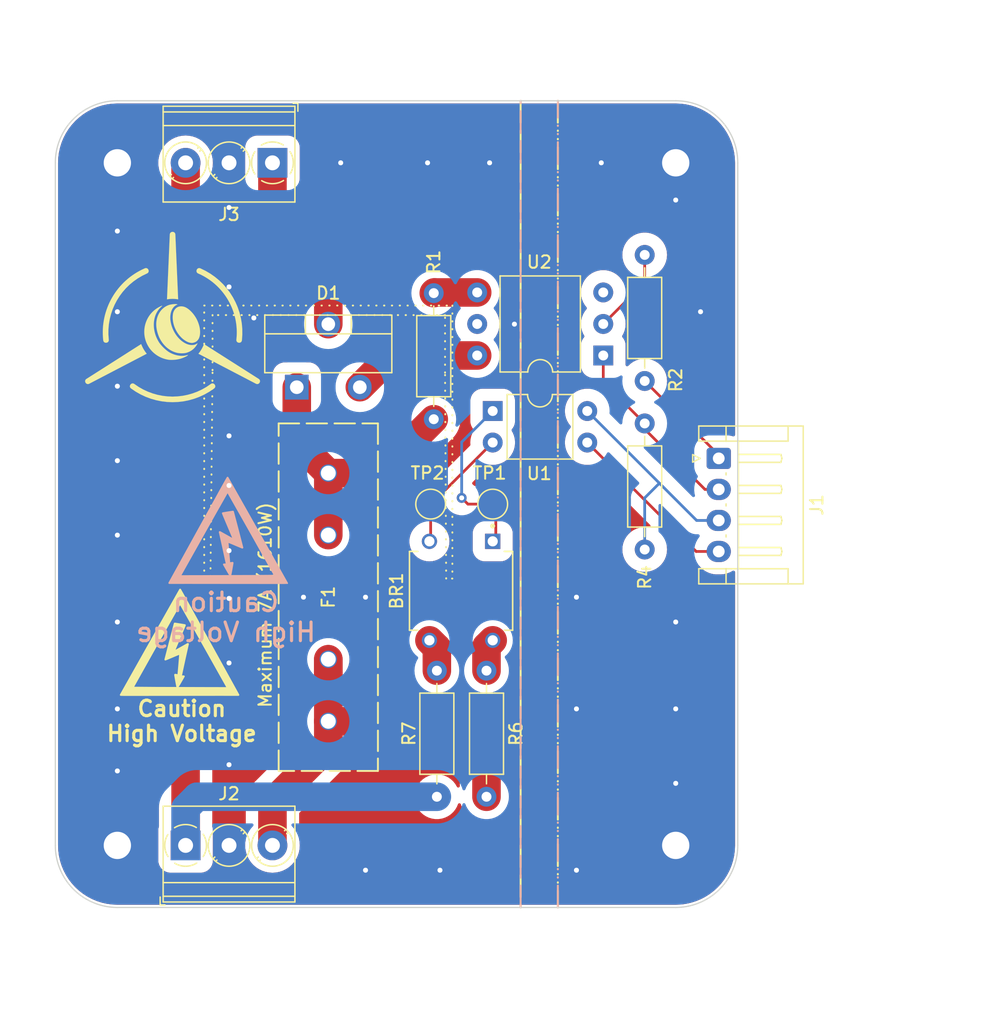
<source format=kicad_pcb>
(kicad_pcb (version 20221018) (generator pcbnew)
  (title_block (date "2023-04-26") (rev "1") (company "Fuziot Engineering"))
  (layers (0 "F.Cu" signal) (31 "B.Cu" signal) (34 "B.Paste" user) (35 "F.Paste" user) (36 "B.SilkS" user "B.Silkscreen") (37 "F.SilkS" user "F.Silkscreen") (38 "B.Mask" user) (39 "F.Mask" user) (44 "Edge.Cuts" user))
  (net 0 "")
  (net 1 "Net-(D1-A1)")
  (net 2 "Net-(D1-G)")
  (net 3 "/OUT Phase")
  (net 4 "/IN Phase")
  (net 5 "/µC GND")
  (net 6 "Net-(R1-Pad1)")
  (net 7 "Net-(R2-Pad2)")
  (net 10 "Net-(BR1-Pad1)")
  (net 11 "Net-(BR1-Pad2)")
  (net 12 "Net-(BR1-Pad3)")
  (net 13 "Net-(BR1-Pad4)")
  (net 14 "/GND")
  (net 15 "/Neutral")
  (net 16 "/µC IO0")
  (net 17 "/µC IO1")
  (net 18 "/µC Vcc")
  (footprint "Package_DIP:DIP-6_W10.16mm" (layer "F.Cu") (at 113.16 43.525 180)
    (fp_text reference "U2" (at 5.16 7.525) (layer "F.SilkS") (effects (font (thickness 0.16))))
    (fp_text value "MOC3021M")
    (pad "1" thru_hole rect (at 0 0 180) (size 1.6 1.6) (drill 0.8) (layers "*.Cu" "*.Mask") (net 18 "/µC Vcc"))
    (pad "2" thru_hole oval (at 0 2.54 180) (size 1.6 1.6) (drill 0.8) (layers "*.Cu" "*.Mask") (net 7 "Net-(R2-Pad2)"))
    (pad "3" thru_hole oval (at 0 5.08 180) (size 1.6 1.6) (drill 0.8) (layers "*.Cu" "*.Mask"))
    (pad "4" thru_hole oval (at 10.16 5.08 180) (size 1.6 1.6) (drill 0.8) (layers "*.Cu" "*.Mask") (net 6 "Net-(R1-Pad1)"))
    (pad "5" thru_hole oval (at 10.16 2.54 180) (size 1.6 1.6) (drill 0.8) (layers "*.Cu" "*.Mask"))
    (pad "6" thru_hole oval (at 10.16 0 180) (size 1.6 1.6) (drill 0.8) (layers "*.Cu" "*.Mask") (net 2 "Net-(D1-G)"))
  )
  (footprint "Connector_JST:JST_EH_S4B-EH_1x04_P2.50mm_Horizontal" (layer "F.Cu") (at 122.4675 51.816 -90)
    (fp_text reference "J1" (at 3.75 -7.9 90) (layer "F.SilkS") (effects (font (thickness 0.16))))
    (fp_text value "Conn_01x04")
    (pad "1" thru_hole roundrect (at 0 0 270) (size 1.7 1.95) (drill 0.95) (layers "*.Cu" "*.Mask") (roundrect_rratio 0.147059) (net 16 "/µC IO0"))
    (pad "2" thru_hole oval (at 2.5 0 270) (size 1.7 1.95) (drill 0.95) (layers "*.Cu" "*.Mask") (net 18 "/µC Vcc"))
    (pad "3" thru_hole oval (at 5 0 270) (size 1.7 1.95) (drill 0.95) (layers "*.Cu" "*.Mask") (net 17 "/µC IO1"))
    (pad "4" thru_hole oval (at 7.5 0 270) (size 1.7 1.95) (drill 0.95) (layers "*.Cu" "*.Mask") (net 5 "/µC GND"))
  )
  (footprint "TestPoint:TestPoint_Pad_D2.0mm" (layer "F.Cu") (at 104.25 55.5)
    (fp_text reference "TP1" (at -0.25 -2.5) (layer "F.SilkS") (effects (font (thickness 0.16))))
    (fp_text value "TestPoint")
    (pad "1" smd circle (at 0 0) (size 2 2) (layers "F.Cu" "F.Mask") (net 10 "Net-(BR1-Pad1)"))
  )
  (footprint "Resistor_THT:R_Axial_DIN0207_L6.3mm_D2.5mm_P10.16mm_Horizontal" (layer "F.Cu") (at 116.5 59.16 90)
    (fp_text reference "R4" (at -2.24 0 90) (layer "F.SilkS") (effects (font (thickness 0.16))))
    (fp_text value "1k 0.25W")
    (pad "1" thru_hole circle (at 0 0 90) (size 1.6 1.6) (drill 0.8) (layers "*.Cu" "*.Mask") (net 17 "/µC IO1"))
    (pad "2" thru_hole oval (at 10.16 0 90) (size 1.6 1.6) (drill 0.8) (layers "*.Cu" "*.Mask") (net 18 "/µC Vcc"))
  )
  (footprint "Resistor_THT:R_Axial_DIN0207_L6.3mm_D2.5mm_P10.16mm_Horizontal" (layer "F.Cu") (at 116.5 45.58 90)
    (fp_text reference "R2" (at 0.08 2.5 90) (layer "F.SilkS") (effects (font (thickness 0.16))))
    (fp_text value "1k 0.25W")
    (pad "1" thru_hole circle (at 0 0 90) (size 1.6 1.6) (drill 0.8) (layers "*.Cu" "*.Mask") (net 16 "/µC IO0"))
    (pad "2" thru_hole oval (at 10.16 0 90) (size 1.6 1.6) (drill 0.8) (layers "*.Cu" "*.Mask") (net 7 "Net-(R2-Pad2)"))
  )
  (footprint "MountingHole:MountingHole_2.2mm_M2_DIN965_Pad" (layer "F.Cu") (at 74 83 90)
    (fp_text reference "H1" hide)
    (fp_text value "MountingHole_Pad")
    (pad "1" thru_hole circle (at 0 0 90) (size 3.8 3.8) (drill 2.2) (layers "*.Cu" "*.Mask") (net 14 "/GND"))
  )
  (footprint "Package_DIP:DIP-4_W7.62mm" (layer "F.Cu") (at 104.25 48)
    (fp_text reference "U1" (at 3.75 5.04) (layer "F.SilkS") (effects (font (thickness 0.16))))
    (fp_text value "LTV-817")
    (pad "1" thru_hole rect (at 0 0) (size 1.6 1.6) (drill 0.8) (layers "*.Cu" "*.Mask") (net 10 "Net-(BR1-Pad1)"))
    (pad "2" thru_hole oval (at 0 2.54) (size 1.6 1.6) (drill 0.8) (layers "*.Cu" "*.Mask") (net 11 "Net-(BR1-Pad2)"))
    (pad "3" thru_hole oval (at 7.62 2.54) (size 1.6 1.6) (drill 0.8) (layers "*.Cu" "*.Mask") (net 5 "/µC GND"))
    (pad "4" thru_hole oval (at 7.62 0) (size 1.6 1.6) (drill 0.8) (layers "*.Cu" "*.Mask") (net 17 "/µC IO1"))
  )
  (footprint "MountingHole:MountingHole_2.2mm_M2_DIN965_Pad" (layer "F.Cu") (at 74 28 90)
    (fp_text reference "H2" hide)
    (fp_text value "MountingHole_Pad")
    (pad "1" thru_hole circle (at 0 0 90) (size 3.8 3.8) (drill 2.2) (layers "*.Cu" "*.Mask") (net 14 "/GND"))
  )
  (footprint "MountingHole:MountingHole_2.2mm_M2_DIN965_Pad" (layer "F.Cu") (at 119 28 90)
    (fp_text reference "H3" hide)
    (fp_text value "MountingHole_Pad")
    (pad "1" thru_hole circle (at 0 0 90) (size 3.8 3.8) (drill 2.2) (layers "*.Cu" "*.Mask") (net 14 "/GND"))
  )
  (footprint "Fuseholder:0751.0231Schurter" (layer "F.Cu") (at 91 63 90)
    (fp_text reference "F1" (at 0 0 90 unlocked) (layer "F.SilkS") (effects (font (thickness 0.16))))
    (fp_text value "7A")
    (pad "1" thru_hole circle (at -10 0 90) (size 1.4 1.4) (drill 1.2) (layers "*.Cu" "*.Mask") (net 4 "/IN Phase"))
    (pad "1" thru_hole circle (at -5 0 90) (size 1.4 1.4) (drill 1.2) (layers "*.Cu" "*.Mask") (net 4 "/IN Phase"))
    (pad "2" thru_hole circle (at 5 0 90) (size 1.4 1.4) (drill 1.2) (layers "*.Cu" "*.Mask") (net 1 "Net-(D1-A1)"))
    (pad "2" thru_hole circle (at 10 0 90) (size 1.4 1.4) (drill 1.2) (layers "*.Cu" "*.Mask") (net 1 "Net-(D1-A1)"))
  )
  (footprint "TerminalBlock_Phoenix:TerminalBlock_Phoenix_PT-1,5-3-3.5-H_1x03_P3.50mm_Horizontal" (layer "F.Cu") (at 79.5 83)
    (fp_text reference "J2" (at 3.5 -4.16) (layer "F.SilkS") (effects (font (thickness 0.16))))
    (fp_text value "Screw_Terminal_01x03")
    (pad "1" thru_hole rect (at 0 0) (size 2.4 2.4) (drill 1.2) (layers "*.Cu" "*.Mask") (net 15 "/Neutral"))
    (pad "2" thru_hole circle (at 3.5 0) (size 2.4 2.4) (drill 1.2) (layers "*.Cu" "*.Mask") (net 14 "/GND"))
    (pad "3" thru_hole circle (at 7 0) (size 2.4 2.4) (drill 1.2) (layers "*.Cu" "*.Mask") (net 4 "/IN Phase"))
  )
  (footprint "TerminalBlock_Phoenix:TerminalBlock_Phoenix_PT-1,5-3-3.5-H_1x03_P3.50mm_Horizontal" (layer "F.Cu") (at 86.5 28 180)
    (fp_text reference "J3" (at 3.5 -4.16) (layer "F.SilkS") (effects (font (thickness 0.16))))
    (fp_text value "Screw_Terminal_01x03")
    (pad "1" thru_hole rect (at 0 0 180) (size 2.4 2.4) (drill 1.2) (layers "*.Cu" "*.Mask") (net 3 "/OUT Phase"))
    (pad "2" thru_hole circle (at 3.5 0 180) (size 2.4 2.4) (drill 1.2) (layers "*.Cu" "*.Mask") (net 14 "/GND"))
    (pad "3" thru_hole circle (at 7 0 180) (size 2.4 2.4) (drill 1.2) (layers "*.Cu" "*.Mask") (net 15 "/Neutral"))
  )
  (footprint "Resistor_THT:R_Axial_DIN0207_L6.3mm_D2.5mm_P10.16mm_Horizontal" (layer "F.Cu") (at 99.75 68.92 -90)
    (fp_text reference "R7" (at 5.08 2.25 90) (layer "F.SilkS") (effects (font (thickness 0.16))))
    (fp_text value "47k 0.25W")
    (pad "1" thru_hole circle (at 0 0 270) (size 1.6 1.6) (drill 0.8) (layers "*.Cu" "*.Mask") (net 12 "Net-(BR1-Pad3)"))
    (pad "2" thru_hole oval (at 10.16 0 270) (size 1.6 1.6) (drill 0.8) (layers "*.Cu" "*.Mask") (net 15 "/Neutral"))
  )
  (footprint "Custom_Packages:TO-220-3_Vertical_Stagger" (layer "F.Cu") (at 88.46 43.54)
    (fp_text reference "D1" (at 2.54 -5.04) (layer "F.SilkS") (effects (font (thickness 0.16))))
    (fp_text value "BTA316-600B")
    (pad "1" thru_hole rect (at 0 2.54) (size 1.905 2) (drill 1.1) (layers "*.Cu" "*.Mask") (net 1 "Net-(D1-A1)"))
    (pad "2" thru_hole oval (at 2.54 -2.54) (size 1.905 2) (drill 1.1) (layers "*.Cu" "*.Mask") (net 3 "/OUT Phase"))
    (pad "3" thru_hole oval (at 5.08 2.54) (size 1.905 2) (drill 1.1) (layers "*.Cu" "*.Mask") (net 2 "Net-(D1-G)"))
  )
  (footprint "TestPoint:TestPoint_Pad_D2.0mm" (layer "F.Cu") (at 99.25 55.5 180)
    (fp_text reference "TP2" (at 0.25 2.5) (layer "F.SilkS") (effects (font (thickness 0.16))))
    (fp_text value "TestPoint")
    (pad "1" smd circle (at 0 0 180) (size 2 2) (layers "F.Cu" "F.Mask") (net 11 "Net-(BR1-Pad2)"))
  )
  (footprint "MountingHole:MountingHole_2.2mm_M2_DIN965_Pad" (layer "F.Cu") (at 119 83 90)
    (fp_text reference "H4" hide)
    (fp_text value "MountingHole_Pad")
    (pad "1" thru_hole circle (at 0 0 90) (size 3.8 3.8) (drill 2.2) (layers "*.Cu" "*.Mask") (net 14 "/GND"))
  )
  (footprint "Diode_Bridge:DIP797W52P510L831H533Q4" (layer "F.Cu") (at 101.7 62.4875 -90)
    (fp_text reference "BR1" (at 0.0125 5.2 90) (layer "F.SilkS") (effects (font (thickness 0.16))))
    (fp_text value "DF10M-E3/45")
    (pad "1" thru_hole rect (at -3.9875 -2.55 270) (size 1.23 1.23) (drill 0.82) (layers "*.Cu" "*.Mask") (net 10 "Net-(BR1-Pad1)"))
    (pad "2" thru_hole circle (at -3.9875 2.55 270) (size 1.23 1.23) (drill 0.82) (layers "*.Cu" "*.Mask") (net 11 "Net-(BR1-Pad2)"))
    (pad "3" thru_hole circle (at 3.9875 2.55 270) (size 1.23 1.23) (drill 0.82) (layers "*.Cu" "*.Mask") (net 12 "Net-(BR1-Pad3)"))
    (pad "4" thru_hole circle (at 3.9875 -2.55 270) (size 1.23 1.23) (drill 0.82) (layers "*.Cu" "*.Mask") (net 13 "Net-(BR1-Pad4)"))
  )
  (footprint "Resistor_THT:R_Axial_DIN0207_L6.3mm_D2.5mm_P10.16mm_Horizontal" (layer "F.Cu") (at 103.75 68.92 -90)
    (fp_text reference "R6" (at 5.08 -2.37 90) (layer "F.SilkS") (effects (font (thickness 0.16))))
    (fp_text value "47k 0.25W")
    (pad "1" thru_hole circle (at 0 0 270) (size 1.6 1.6) (drill 0.8) (layers "*.Cu" "*.Mask") (net 13 "Net-(BR1-Pad4)"))
    (pad "2" thru_hole oval (at 10.16 0 270) (size 1.6 1.6) (drill 0.8) (layers "*.Cu" "*.Mask") (net 4 "/IN Phase"))
  )
  (footprint "Resistor_THT:R_Axial_DIN0207_L6.3mm_D2.5mm_P10.16mm_Horizontal" (layer "F.Cu") (at 99.5 38.5 -90)
    (fp_text reference "R1" (at -2.5 0 90) (layer "F.SilkS") (effects (font (thickness 0.16))))
    (fp_text value "1k 0.25W")
    (pad "1" thru_hole circle (at 0 0 270) (size 1.6 1.6) (drill 0.8) (layers "*.Cu" "*.Mask") (net 6 "Net-(R1-Pad1)"))
    (pad "2" thru_hole oval (at 10.16 0 270) (size 1.6 1.6) (drill 0.8) (layers "*.Cu" "*.Mask") (net 1 "Net-(D1-A1)"))
  )
  (gr_line (start 106.5 88) (end 106.5 23) (stroke (width 0.16) (type dash)) (layer "B.SilkS"))
  (gr_line (start 109.5 88) (end 109.5 23) (stroke (width 0.16) (type dash_dot_dot)) (layer "B.SilkS"))
  (gr_poly (pts (xy 82.754451 53.595227) (xy 82.412145 54.207924) (xy 81.295544 56.224715) (xy 78.953221 60.469553) (xy 78.187141 61.857268) (xy 79.67577 61.855213) (xy 84.176038 61.860345) (xy 87.42712 61.861544) (xy 87.427121 61.861539) (xy 87.666564 61.855538) (xy 87.337898 61.271404) (xy 86.710711 61.271404) (xy 84.879036 61.286013) (xy 80.742732 61.299447) (xy 79.040526 61.303017) (xy 79.225056 60.973606) (xy 81.803179 56.38157) (xy 82.883665 54.477743) (xy 84.807205 57.873107) (xy 86.710711 61.271404) (xy 87.337898 61.271404) (xy 85.280685 57.61514) (xy 82.883295 53.37117)) (stroke (width 0.15)) (fill solid) (layer "B.SilkS"))
  (gr_poly (pts (xy 83.280652 56.111879) (xy 83.18831 56.125408) (xy 82.909866 56.168704) (xy 82.63122 56.213838) (xy 82.502147 56.237034) (xy 82.510162 56.259925) (xy 82.535472 56.323224) (xy 82.630664 56.553505) (xy 82.773088 56.8928) (xy 82.948113 57.306031) (xy 83.265344 58.058798) (xy 83.3603 58.289339) (xy 83.393337 58.375848) (xy 83.389877 58.374978) (xy 83.381078 58.371075) (xy 83.34857 58.354771) (xy 83.298031 58.328138) (xy 83.23168 58.292381) (xy 83.060413 58.198313) (xy 82.852516 58.082201) (xy 82.485085 57.875633) (xy 82.307927 57.777788) (xy 82.26964 57.758472) (xy 82.25365 57.752939) (xy 82.251384 57.753946) (xy 82.251533 57.756724) (xy 82.254865 57.76536) (xy 82.541397 59.053548) (xy 82.816453 60.326424) (xy 82.816395 60.328458) (xy 82.816212 60.330395) (xy 82.815894 60.332239) (xy 82.815432 60.333991) (xy 82.814814 60.335656) (xy 82.81403 60.337236) (xy 82.81307 60.338734) (xy 82.811924 60.340152) (xy 82.810579 60.341494) (xy 82.809028 60.342762) (xy 82.807258 60.343959) (xy 82.80526 60.345088) (xy 82.803023 60.346152) (xy 82.800536 60.347154) (xy 82.79779 60.348096) (xy 82.794773 60.348982) (xy 82.791476 60.349813) (xy 82.787888 60.350594) (xy 82.783998 60.351327) (xy 82.779796 60.352014) (xy 82.775272 60.352658) (xy 82.770415 60.353264) (xy 82.765214 60.353832) (xy 82.75966 60.354366) (xy 82.753742 60.354869) (xy 82.747449 60.355344) (xy 82.733698 60.35622) (xy 82.718324 60.357017) (xy 82.701243 60.357758) (xy 82.58603 60.362377) (xy 82.841562 60.80969) (xy 82.941388 60.981758) (xy 83.024294 61.119592) (xy 83.056703 61.171295) (xy 83.081643 61.209187) (xy 83.098035 61.231518) (xy 83.102687 61.2363) (xy 83.104069 61.237) (xy 83.104798 61.236536) (xy 83.104798 61.236541) (xy 83.118235 61.179628) (xy 83.142047 61.060181) (xy 83.205292 60.719631) (xy 83.263522 60.386788) (xy 83.281067 60.276974) (xy 83.28573 60.233549) (xy 83.285105 60.233117) (xy 83.284176 60.23276) (xy 83.281437 60.232268) (xy 83.27758 60.232062) (xy 83.272671 60.232133) (xy 83.266776 60.232473) (xy 83.259963 60.233071) (xy 83.252298 60.23392) (xy 83.243847 60.235009) (xy 83.224853 60.237875) (xy 83.203515 60.241595) (xy 83.180364 60.246096) (xy 83.155933 60.251305) (xy 83.131529 60.256543) (xy 83.108456 60.261122) (xy 83.087241 60.264965) (xy 83.068411 60.267993) (xy 83.052492 60.270128) (xy 83.040012 60.271293) (xy 83.035227 60.271487) (xy 83.031498 60.271409) (xy 83.028893 60.27105) (xy 83.027476 60.270399) (xy 83 60) (xy 82.94944 59.412004) (xy 82.901827 58.819442) (xy 82.883193 58.535342) (xy 82.883889 58.533722) (xy 82.885357 58.532517) (xy 82.887635 58.531741) (xy 82.890761 58.53141) (xy 82.894773 58.531538) (xy 82.89971 58.532139) (xy 82.90561 58.533228) (xy 82.912511 58.534819) (xy 82.929471 58.539568) (xy 82.950895 58.546501) (xy 82.977091 58.555735) (xy 83.008364 58.567387) (xy 83.045022 58.581573) (xy 83.087369 58.59841) (xy 83.135714 58.618015) (xy 83.190361 58.640503) (xy 83.319792 58.694598) (xy 83.478112 58.761628) (xy 83.707875 58.858644) (xy 83.896939 58.937186) (xy 84.025727 58.989211) (xy 84.061401 59.002767) (xy 84.074666 59.006678) (xy 83.700535 57.557919) (xy 83.316778 56.107725)) (stroke (width 0.15)) (fill solid) (layer "B.SilkS"))
  (gr_poly (pts (xy 85.165664 45.799334) (xy 85.189437 45.810348) (xy 85.212885 45.818557) (xy 85.235934 45.824091) (xy 85.258507 45.827082) (xy 85.280529 45.82766) (xy 85.301924 45.825956) (xy 85.322617 45.822101) (xy 85.342532 45.816226) (xy 85.361594 45.808463) (xy 85.379727 45.798941) (xy 85.396855 45.787792) (xy 85.412904 45.775146) (xy 85.427796 45.761135) (xy 85.441458 45.74589) (xy 85.453812 45.729541) (xy 85.464784 45.71222) (xy 85.474298 45.694057) (xy 85.482279 45.675183) (xy 85.48865 45.655729) (xy 85.493337 45.635826) (xy 85.496263 45.615605) (xy 85.497353 45.595196) (xy 85.496532 45.574732) (xy 85.493724 45.554342) (xy 85.488853 45.534158) (xy 85.481844 45.51431) (xy 85.472621 45.494929) (xy 85.461109 45.476147) (xy 85.447232 45.458094) (xy 85.430914 45.440902) (xy 85.41208 45.4247) (xy 85.390655 45.40962) (xy 80.980564 42.603642) (xy 80.960267 42.6565) (xy 80.938882 42.708881) (xy 80.91642 42.760768) (xy 80.89289 42.812145) (xy 80.8683 42.862996) (xy 80.842661 42.913306) (xy 80.815981 42.963058) (xy 80.788269 43.012236) (xy 80.759536 43.060823) (xy 80.729789 43.108805) (xy 80.69904 43.156164) (xy 80.667296 43.202886) (xy 80.634567 43.248952) (xy 80.600863 43.294349) (xy 80.566192 43.339058) (xy 80.530564 43.383065) (xy 85.165664 45.799334)) (stroke (width 0.003239)) (fill solid) (layer "F.SilkS"))
  (gr_poly (pts (xy 101 61.5) (xy 100.5 61.5) (xy 100.41 44.911) (xy 100.41 40.27) (xy 81.67 40.27) (xy 81.67 44.911) (xy 81.5 61.5) (xy 81 61.5) (xy 81 39.5) (xy 101 39.5)) (stroke (width 0.15) (type dot)) (fill none) (layer "F.SilkS"))
  (gr_rect (start 87 49) (end 95 77) (stroke (width 0.15) (type dash)) (fill none) (layer "F.SilkS"))
  (gr_poly (pts (xy 79.837811 42.490285) (xy 79.800827 42.481673) (xy 79.76205 42.470177) (xy 79.721729 42.455949) (xy 79.680113 42.439135) (xy 79.63745 42.419887) (xy 79.59399 42.398352) (xy 79.549981 42.37468) (xy 79.505672 42.34902) (xy 79.461311 42.321521) (xy 79.417148 42.292333) (xy 79.37343 42.261604) (xy 79.330408 42.229485) (xy 79.288328 42.196122) (xy 79.247441 42.161667) (xy 79.207995 42.126268) (xy 79.170238 42.090075) (xy 79.088668 42.005191) (xy 79.011553 41.916922) (xy 78.939004 41.82552) (xy 78.871131 41.73124) (xy 78.808046 41.634335) (xy 78.749858 41.535058) (xy 78.696679 41.433663) (xy 78.64862 41.330403) (xy 78.60579 41.225533) (xy 78.568301 41.119305) (xy 78.536264 41.011974) (xy 78.509789 40.903792) (xy 78.488987 40.795014) (xy 78.473969 40.685893) (xy 78.464845 40.576682) (xy 78.461726 40.467636) (xy 78.462425 40.41251) (xy 78.464521 40.357506) (xy 78.467909 40.303654) (xy 78.472484 40.251987) (xy 78.47814 40.203533) (xy 78.484775 40.159324) (xy 78.492282 40.12039) (xy 78.500558 40.087762) (xy 78.512855 40.049063) (xy 78.526414 40.011724) (xy 78.541207 39.975761) (xy 78.557206 39.941189) (xy 78.574384 39.908022) (xy 78.592713 39.876278) (xy 78.612165 39.84597) (xy 78.632711 39.817114) (xy 78.654326 39.789727) (xy 78.676979 39.763822) (xy 78.700645 39.739416) (xy 78.725294 39.716523) (xy 78.750899 39.69516) (xy 78.777433 39.675341) (xy 78.804868 39.657082) (xy 78.833175 39.640398) (xy 78.862327 39.625305) (xy 78.892297 39.611818) (xy 78.923056 39.599953) (xy 78.954576 39.589724) (xy 78.986831 39.581148) (xy 79.019791 39.574238) (xy 79.053429 39.569012) (xy 79.087718 39.565484) (xy 79.12263 39.56367) (xy 79.158136 39.563585) (xy 79.19421 39.565244) (xy 79.230823 39.568663) (xy 79.267947 39.573857) (xy 79.305555 39.580841) (xy 79.343619 39.589632) (xy 79.38211 39.600243) (xy 79.418162 39.612051) (xy 79.454724 39.626116) (xy 79.491733 39.642369) (xy 79.529122 39.66074) (xy 79.604783 39.70356) (xy 79.681183 39.75402) (xy 79.757802 39.811564) (xy 79.834116 39.875637) (xy 79.909603 39.945683) (xy 79.983743 40.021147) (xy 80.056012 40.101474) (xy 80.125888 40.186106) (xy 80.192849 40.27449) (xy 80.256373 40.366069) (xy 80.315938 40.460287) (xy 80.371023 40.55659) (xy 80.421103 40.654421) (xy 80.465658 40.753226) (xy 80.493776 40.820532) (xy 80.521636 40.89268) (xy 80.548678 40.969202) (xy 80.574338 41.049632) (xy 80.598052 41.133505) (xy 80.619259 41.220354) (xy 80.637396 41.309714) (xy 80.651899 41.401118) (xy 80.662207 41.494101) (xy 80.667755 41.588196) (xy 80.667982 41.682938) (xy 80.662324 41.777861) (xy 80.650219 41.872498) (xy 80.641573 41.919564) (xy 80.631104 41.966384) (xy 80.618742 42.0129) (xy 80.604417 42.059053) (xy 80.588057 42.104785) (xy 80.569593 42.150038) (xy 80.550869 42.182654) (xy 80.531709 42.213445) (xy 80.512063 42.242456) (xy 80.49188 42.269732) (xy 80.471107 42.295316) (xy 80.449695 42.319253) (xy 80.42759 42.341587) (xy 80.404743 42.362361) (xy 80.381102 42.381621) (xy 80.356616 42.39941) (xy 80.331233 42.415772) (xy 80.304902 42.430751) (xy 80.277573 42.444393) (xy 80.249192 42.45674) (xy 80.21971 42.467837) (xy 80.189076 42.477727) (xy 80.138623 42.492147) (xy 80.1163 42.497902) (xy 80.095461 42.502702) (xy 80.075768 42.50656) (xy 80.056881 42.509488) (xy 80.038461 42.511499) (xy 80.020171 42.512604) (xy 80.001669 42.512815) (xy 79.982619 42.512145) (xy 79.962681 42.510606) (xy 79.941516 42.508209) (xy 79.918785 42.504968) (xy 79.89415 42.500894) (xy 79.837811 42.490296) (xy 79.837811 42.490285)) (stroke (width 0.003239)) (fill solid) (layer "F.SilkS"))
  (gr_poly (pts (xy 78.72003 43.286134) (xy 78.611069 43.249881) (xy 78.504971 43.207798) (xy 78.401814 43.159959) (xy 78.301678 43.106436) (xy 78.204643 43.047301) (xy 78.110786 42.982628) (xy 78.020188 42.912487) (xy 77.932927 42.836953) (xy 77.849084 42.756097) (xy 77.768737 42.669991) (xy 77.691965 42.578708) (xy 77.618848 42.48232) (xy 77.549465 42.380901) (xy 77.483895 42.274522) (xy 77.422218 42.163255) (xy 77.364513 42.047173) (xy 77.322688 41.941771) (xy 77.284697 41.836746) (xy 77.25067 41.732139) (xy 77.220736 41.627989) (xy 77.195024 41.524338) (xy 77.173663 41.421224) (xy 77.156782 41.318688) (xy 77.144511 41.21677) (xy 77.136978 41.11551) (xy 77.134314 41.014949) (xy 77.136648 40.915125) (xy 77.144107 40.816079) (xy 77.156823 40.717852) (xy 77.174923 40.620483) (xy 77.198538 40.524013) (xy 77.227796 40.428481) (xy 77.259547 40.341046) (xy 77.295297 40.256638) (xy 77.334935 40.175371) (xy 77.378353 40.09736) (xy 77.425441 40.022719) (xy 77.476089 39.951564) (xy 77.530188 39.88401) (xy 77.587628 39.82017) (xy 77.6483 39.760161) (xy 77.712094 39.704097) (xy 77.7789 39.652093) (xy 77.84861 39.604264) (xy 77.921114 39.560724) (xy 77.996302 39.521589) (xy 78.074064 39.486974) (xy 78.154292 39.456993) (xy 78.189204 39.446056) (xy 78.227335 39.435758) (xy 78.268126 39.426157) (xy 78.311016 39.417312) (xy 78.400853 39.40212) (xy 78.492365 39.39065) (xy 78.581072 39.383368) (xy 78.622972 39.381442) (xy 78.662492 39.380738) (xy 78.699069 39.381315) (xy 78.732145 39.383229) (xy 78.761158 39.38654) (xy 78.785549 39.391305) (xy 78.856649 39.409202) (xy 78.749507 39.462376) (xy 78.717127 39.479622) (xy 78.685702 39.498722) (xy 78.655251 39.519628) (xy 78.625792 39.542292) (xy 78.597344 39.566667) (xy 78.569923 39.592705) (xy 78.543549 39.620358) (xy 78.51824 39.649579) (xy 78.494013 39.680321) (xy 78.470888 39.712535) (xy 78.448882 39.746173) (xy 78.428014 39.781189) (xy 78.408301 39.817535) (xy 78.389763 39.855162) (xy 78.372416 39.894024) (xy 78.35628 39.934073) (xy 78.341373 39.97526) (xy 78.327712 40.017539) (xy 78.315316 40.060861) (xy 78.304204 40.105179) (xy 78.294393 40.150446) (xy 78.285901 40.196614) (xy 78.278747 40.243635) (xy 78.27295 40.291461) (xy 78.268526 40.340045) (xy 78.265495 40.389339) (xy 78.263875 40.439295) (xy 78.263684 40.489867) (xy 78.264939 40.541006) (xy 78.26766 40.592664) (xy 78.271864 40.644794) (xy 78.27757 40.697349) (xy 78.305597 40.872016) (xy 78.346162 41.044291) (xy 78.39851 41.213207) (xy 78.461887 41.377793) (xy 78.535539 41.537082) (xy 78.618711 41.690105) (xy 78.710648 41.835893) (xy 78.810597 41.973477) (xy 78.917803 42.101889) (xy 79.031512 42.220159) (xy 79.150968 42.32732) (xy 79.275418 42.422403) (xy 79.404107 42.504438) (xy 79.536281 42.572457) (xy 79.603439 42.600908) (xy 79.671186 42.625491) (xy 79.739426 42.646087) (xy 79.808066 42.662572) (xy 79.847551 42.670062) (xy 79.886718 42.67596) (xy 79.925505 42.680274) (xy 79.96385 42.683012) (xy 80.001692 42.684181) (xy 80.038968 42.683789) (xy 80.075618 42.681843) (xy 80.111578 42.67835) (xy 80.146787 42.673318) (xy 80.181184 42.666755) (xy 80.214706 42.658667) (xy 80.247291 42.649062) (xy 80.278879 42.637947) (xy 80.309405 42.625331) (xy 80.33881 42.61122) (xy 80.367031 42.595622) (xy 80.3849 42.585181) (xy 80.402012 42.575442) (xy 80.417961 42.566617) (xy 80.432341 42.558919) (xy 80.444747 42.552561) (xy 80.454771 42.547756) (xy 80.462008 42.544717) (xy 80.464454 42.543926) (xy 80.466052 42.543656) (xy 80.466523 42.543825) (xy 80.466784 42.544324) (xy 80.46684 42.545145) (xy 80.466693 42.546281) (xy 80.465813 42.549463) (xy 80.464179 42.553803) (xy 80.461826 42.559236) (xy 80.458788 42.565695) (xy 80.455099 42.573115) (xy 80.450796 42.58143) (xy 80.445912 42.590574) (xy 80.440481 42.600481) (xy 80.428122 42.622319) (xy 80.413995 42.646419) (xy 80.398378 42.672251) (xy 80.362907 42.727645) (xy 80.325911 42.780642) (xy 80.287352 42.831272) (xy 80.24719 42.879566) (xy 80.205389 42.925556) (xy 80.161907 42.969271) (xy 80.116708 43.010743) (xy 80.069752 43.050003) (xy 80.021001 43.08708) (xy 79.970416 43.122007) (xy 79.917958 43.154814) (xy 79.863589 43.185531) (xy 79.80727 43.21419) (xy 79.748962 43.240821) (xy 79.688628 43.265455) (xy 79.626227 43.288123) (xy 79.579879 43.3024) (xy 79.530242 43.314752) (xy 79.477728 43.325181) (xy 79.422747 43.333688) (xy 79.36571 43.340273) (xy 79.307026 43.344936) (xy 79.247108 43.34768) (xy 79.186366 43.348505) (xy 79.12521 43.347412) (xy 79.06405 43.344401) (xy 79.003299 43.339474) (xy 78.943366 43.332632) (xy 78.884661 43.323874) (xy 78.827597 43.313203) (xy 78.772582 43.300619) (xy 78.720029 43.286123) (xy 78.72003 43.286134)) (stroke (width 0.003239)) (fill solid) (layer "F.SilkS"))
  (gr_line (start 106.5 23) (end 106.5 88) (stroke (width 0.16) (type dash)) (layer "F.SilkS"))
  (gr_poly (pts (xy 71.509335 45.409623) (xy 71.487893 45.4247) (xy 71.469044 45.440901) (xy 71.452714 45.458094) (xy 71.438826 45.476148) (xy 71.427304 45.494933) (xy 71.418074 45.514317) (xy 71.411058 45.534169) (xy 71.406182 45.554358) (xy 71.403371 45.574753) (xy 71.402547 45.595223) (xy 71.403636 45.615637) (xy 71.406563 45.635865) (xy 71.41125 45.655774) (xy 71.417623 45.675234) (xy 71.425607 45.694114) (xy 71.435124 45.712283) (xy 71.446101 45.72961) (xy 71.45846 45.745963) (xy 71.472127 45.761212) (xy 71.487025 45.775226) (xy 71.50308 45.787873) (xy 71.520215 45.799023) (xy 71.538355 45.808545) (xy 71.557424 45.816307) (xy 71.577346 45.822179) (xy 71.598046 45.826029) (xy 71.619448 45.827726) (xy 71.641477 45.82714) (xy 71.664056 45.824139) (xy 71.687111 45.818593) (xy 71.710565 45.810369) (xy 71.734343 45.799338) (xy 76.369435 43.383065) (xy 76.333808 43.339059) (xy 76.299137 43.294349) (xy 76.265432 43.248953) (xy 76.232704 43.202886) (xy 76.20096 43.156165) (xy 76.17021 43.108806) (xy 76.140464 43.060825) (xy 76.11173 43.012237) (xy 76.084019 42.963059) (xy 76.057338 42.913307) (xy 76.031699 42.862998) (xy 76.007109 42.812146) (xy 75.983578 42.760769) (xy 75.961116 42.708882) (xy 75.939732 42.656501) (xy 75.919435 42.603643) (xy 71.509335 45.409623)) (stroke (width 0.003239)) (fill solid) (layer "F.SilkS"))
  (gr_poly (pts (xy 75.371442 45.821929) (xy 75.348772 45.806759) (xy 75.326045 45.794622) (xy 75.303359 45.785385) (xy 75.280811 45.778916) (xy 75.2585 45.775082) (xy 75.236524 45.773751) (xy 75.21498 45.774791) (xy 75.193967 45.778068) (xy 75.173582 45.78345) (xy 75.153925 45.790806) (xy 75.135092 45.800001) (xy 75.117182 45.810905) (xy 75.100293 45.823385) (xy 75.084522 45.837307) (xy 75.069969 45.85254) (xy 75.056731 45.868951) (xy 75.044905 45.886408) (xy 75.034591 45.904778) (xy 75.025885 45.923928) (xy 75.018887 45.943727) (xy 75.013694 45.964042) (xy 75.010404 45.98474) (xy 75.009115 46.005688) (xy 75.009926 46.026755) (xy 75.012934 46.047808) (xy 75.018237 46.068715) (xy 75.025933 46.089342) (xy 75.036121 46.109558) (xy 75.048898 46.12923) (xy 75.064362 46.148225) (xy 75.082612 46.166411) (xy 75.103746 46.183656) (xy 75.48471 46.44231) (xy 75.880603 46.666476) (xy 76.289291 46.856154) (xy 76.708643 47.011345) (xy 77.136524 47.132049) (xy 77.570803 47.218265) (xy 78.009347 47.269994) (xy 78.450023 47.287235) (xy 78.8907 47.269989) (xy 79.329243 47.218255) (xy 79.763521 47.132034) (xy 80.191401 47.011326) (xy 80.610751 46.856131) (xy 81.019437 46.666448) (xy 81.415327 46.442278) (xy 81.796289 46.183621) (xy 81.817602 46.166396) (xy 81.83601 46.148216) (xy 81.851612 46.129214) (xy 81.864507 46.109524) (xy 81.874795 46.08928) (xy 81.882575 46.068616) (xy 81.887945 46.047664) (xy 81.891004 46.02656) (xy 81.891851 46.005437) (xy 81.890586 45.984428) (xy 81.887307 45.963667) (xy 81.882114 45.943288) (xy 81.875104 45.923426) (xy 81.866378 45.904212) (xy 81.856034 45.885782) (xy 81.844172 45.868269) (xy 81.83089 45.851807) (xy 81.816286 45.836529) (xy 81.800461 45.82257) (xy 81.783514 45.810062) (xy 81.765542 45.79914) (xy 81.746646 45.789938) (xy 81.726923 45.782589) (xy 81.706474 45.777227) (xy 81.685397 45.773986) (xy 81.663791 45.772999) (xy 81.641755 45.774401) (xy 81.619388 45.778324) (xy 81.596789 45.784904) (xy 81.574057 45.794272) (xy 81.551291 45.806565) (xy 81.52859 45.821914) (xy 81.178103 46.059878) (xy 80.813882 46.266114) (xy 80.43789 46.440622) (xy 80.052087 46.583401) (xy 79.658436 46.694451) (xy 79.258899 46.773773) (xy 78.855439 46.821367) (xy 78.450016 46.837232) (xy 78.044593 46.821369) (xy 77.641133 46.773777) (xy 77.241596 46.694457) (xy 76.847945 46.583408) (xy 76.462142 46.440631) (xy 76.08615 46.266125) (xy 75.721929 46.059891) (xy 75.371442 45.821929)) (stroke (width 0.003239)) (fill solid) (layer "F.SilkS"))
  (gr_poly (pts (xy 78.660736 65.130121) (xy 78.753078 65.14365) (xy 79.031522 65.186946) (xy 79.310168 65.23208) (xy 79.439241 65.255276) (xy 79.431226 65.278167) (xy 79.405916 65.341466) (xy 79.310724 65.571747) (xy 79.1683 65.911042) (xy 78.993275 66.324273) (xy 78.676044 67.07704) (xy 78.581088 67.307581) (xy 78.548051 67.39409) (xy 78.551511 67.39322) (xy 78.56031 67.389317) (xy 78.592818 67.373013) (xy 78.643357 67.34638) (xy 78.709708 67.310623) (xy 78.880975 67.216555) (xy 79.088872 67.100443) (xy 79.456303 66.893875) (xy 79.633461 66.79603) (xy 79.671748 66.776714) (xy 79.687738 66.771181) (xy 79.690004 66.772188) (xy 79.689855 66.774966) (xy 79.686523 66.783602) (xy 79.399991 68.07179) (xy 79.124935 69.344666) (xy 79.124993 69.3467) (xy 79.125176 69.348637) (xy 79.125494 69.350481) (xy 79.125956 69.352233) (xy 79.126574 69.353898) (xy 79.127358 69.355478) (xy 79.128318 69.356976) (xy 79.129464 69.358394) (xy 79.130809 69.359736) (xy 79.13236 69.361004) (xy 79.13413 69.362201) (xy 79.136128 69.36333) (xy 79.138365 69.364394) (xy 79.140852 69.365396) (xy 79.143598 69.366338) (xy 79.146615 69.367224) (xy 79.149912 69.368055) (xy 79.1535 69.368836) (xy 79.15739 69.369569) (xy 79.161592 69.370256) (xy 79.166116 69.3709) (xy 79.170973 69.371506) (xy 79.176174 69.372074) (xy 79.181728 69.372608) (xy 79.187646 69.373111) (xy 79.193939 69.373586) (xy 79.20769 69.374462) (xy 79.223064 69.375259) (xy 79.240145 69.376) (xy 79.355358 69.380619) (xy 79.099826 69.827932) (xy 79 70) (xy 78.917094 70.137834) (xy 78.884685 70.189537) (xy 78.859745 70.227429) (xy 78.843353 70.24976) (xy 78.838701 70.254542) (xy 78.837319 70.255242) (xy 78.83659 70.254778) (xy 78.83659 70.254783) (xy 78.823153 70.19787) (xy 78.799341 70.078423) (xy 78.736096 69.737873) (xy 78.677866 69.40503) (xy 78.660321 69.295216) (xy 78.655658 69.251791) (xy 78.656283 69.251359) (xy 78.657212 69.251002) (xy 78.659951 69.25051) (xy 78.663808 69.250304) (xy 78.668717 69.250375) (xy 78.674612 69.250715) (xy 78.681425 69.251313) (xy 78.68909 69.252162) (xy 78.697541 69.253251) (xy 78.716535 69.256117) (xy 78.737873 69.259837) (xy 78.761024 69.264338) (xy 78.785455 69.269547) (xy 78.809859 69.274785) (xy 78.832932 69.279364) (xy 78.854147 69.283207) (xy 78.872977 69.286235) (xy 78.888896 69.28837) (xy 78.901376 69.289535) (xy 78.906161 69.289729) (xy 78.90989 69.289651) (xy 78.912495 69.289292) (xy 78.913912 69.288641) (xy 78.941388 69.018242) (xy 78.991948 68.430246) (xy 79.039561 67.837684) (xy 79.058195 67.553584) (xy 79.057499 67.551964) (xy 79.056031 67.550759) (xy 79.053753 67.549983) (xy 79.050627 67.549652) (xy 79.046615 67.54978) (xy 79.041678 67.550381) (xy 79.035778 67.55147) (xy 79.028877 67.553061) (xy 79.011917 67.55781) (xy 78.990493 67.564743) (xy 78.964297 67.573977) (xy 78.933024 67.585629) (xy 78.896366 67.599815) (xy 78.854019 67.616652) (xy 78.805674 67.636257) (xy 78.751027 67.658745) (xy 78.621596 67.71284) (xy 78.463276 67.77987) (xy 78.233513 67.876886) (xy 78.044449 67.955428) (xy 77.915661 68.007453) (xy 77.879987 68.021009) (xy 77.866722 68.02492) (xy 78.240853 66.576161) (xy 78.62461 65.125967)) (stroke (width 0.15)) (fill solid) (layer "F.SilkS"))
  (gr_poly (pts (xy 78.112588 43.86563) (xy 77.994726 43.84457) (xy 77.878342 43.817328) (xy 77.763697 43.784071) (xy 77.651053 43.744964) (xy 77.540672 43.700172) (xy 77.432817 43.649861) (xy 77.327748 43.594196) (xy 77.225728 43.533342) (xy 77.127018 43.467465) (xy 77.031882 43.39673) (xy 76.940579 43.321302) (xy 76.853373 43.241347) (xy 76.770526 43.157031) (xy 76.692298 43.068518) (xy 76.618953 42.975973) (xy 76.550751 42.879563) (xy 76.483588 42.772643) (xy 76.4231 42.663553) (xy 76.369223 42.55254) (xy 76.321894 42.439851) (xy 76.281049 42.325731) (xy 76.246623 42.210426) (xy 76.218555 42.094183) (xy 76.19678 41.977248) (xy 76.181235 41.859866) (xy 76.171856 41.742284) (xy 76.16858 41.624749) (xy 76.171342 41.507506) (xy 76.18008 41.390801) (xy 76.19473 41.27488) (xy 76.215229 41.159991) (xy 76.241512 41.046378) (xy 76.273516 40.934288) (xy 76.311178 40.823967) (xy 76.354434 40.715661) (xy 76.40322 40.609616) (xy 76.457474 40.506079) (xy 76.517131 40.405296) (xy 76.582128 40.307512) (xy 76.652401 40.212974) (xy 76.727886 40.121928) (xy 76.808521 40.03462) (xy 76.894242 39.951296) (xy 76.984984 39.872203) (xy 77.080685 39.797586) (xy 77.181281 39.727692) (xy 77.286708 39.662766) (xy 77.396903 39.603056) (xy 77.482071 39.560587) (xy 77.516468 39.5441) (xy 77.545524 39.530804) (xy 77.569327 39.520716) (xy 77.587965 39.513855) (xy 77.601525 39.51024) (xy 77.606428 39.509655) (xy 77.610095 39.509889) (xy 77.612537 39.510943) (xy 77.613763 39.512821) (xy 77.613787 39.515524) (xy 77.612617 39.519054) (xy 77.610266 39.523415) (xy 77.606744 39.528607) (xy 77.596233 39.541499) (xy 77.58117 39.557747) (xy 77.561644 39.577371) (xy 77.509552 39.626819) (xy 77.446234 39.688898) (xy 77.386575 39.754045) (xy 77.330584 39.82212) (xy 77.278269 39.892982) (xy 77.229638 39.966489) (xy 77.184701 40.0425) (xy 77.143465 40.120874) (xy 77.105939 40.20147) (xy 77.072132 40.284147) (xy 77.042051 40.368763) (xy 77.015707 40.455178) (xy 76.993106 40.54325) (xy 76.974258 40.632838) (xy 76.959171 40.723802) (xy 76.947853 40.815999) (xy 76.940314 40.909289) (xy 76.936561 41.003531) (xy 76.936603 41.098583) (xy 76.940449 41.194305) (xy 76.948107 41.290554) (xy 76.959585 41.387191) (xy 76.974893 41.484074) (xy 76.994037 41.581061) (xy 77.017028 41.678012) (xy 77.043874 41.774786) (xy 77.074582 41.871241) (xy 77.109162 41.967236) (xy 77.147623 42.06263) (xy 77.189971 42.157283) (xy 77.236217 42.251051) (xy 77.286368 42.343796) (xy 77.340433 42.435375) (xy 77.376342 42.490644) (xy 77.417069 42.54791) (xy 77.462094 42.606669) (xy 77.510902 42.666415) (xy 77.562974 42.726644) (xy 77.617793 42.786851) (xy 77.67484 42.84653) (xy 77.733598 42.905178) (xy 77.79355 42.962289) (xy 77.854177 43.017359) (xy 77.914963 43.069882) (xy 77.975389 43.119353) (xy 78.034937 43.165269) (xy 78.09309 43.207124) (xy 78.149331 43.244413) (xy 78.203141 43.276631) (xy 78.28486 43.32045) (xy 78.367882 43.360686) (xy 78.451947 43.397289) (xy 78.536795 43.430212) (xy 78.622164 43.459408) (xy 78.707794 43.484826) (xy 78.793426 43.50642) (xy 78.878798 43.524141) (xy 78.963651 43.537941) (xy 79.047723 43.547771) (xy 79.130755 43.553583) (xy 79.212485 43.55533) (xy 79.292654 43.552962) (xy 79.371001 43.546432) (xy 79.447266 43.535692) (xy 79.521188 43.520693) (xy 79.555088 43.512916) (xy 79.587061 43.506011) (xy 79.616383 43.500102) (xy 79.642329 43.495316) (xy 79.664175 43.491778) (xy 79.681195 43.489616) (xy 79.692666 43.488954) (xy 79.696093 43.489226) (xy 79.697862 43.48992) (xy 79.696259 43.495215) (xy 79.692193 43.501419) (xy 79.685773 43.508472) (xy 79.677109 43.516315) (xy 79.653484 43.534131) (xy 79.622193 43.55439) (xy 79.58411 43.576616) (xy 79.540111 43.600332) (xy 79.49107 43.625063) (xy 79.437863 43.650331) (xy 79.381363 43.675661) (xy 79.322447 43.700575) (xy 79.261988 43.724598) (xy 79.200862 43.747253) (xy 79.139943 43.768064) (xy 79.080106 43.786554) (xy 79.022226 43.802246) (xy 78.967178 43.814665) (xy 78.920327 43.825596) (xy 78.870356 43.835628) (xy 78.817749 43.844733) (xy 78.762984 43.852881) (xy 78.648908 43.866195) (xy 78.531974 43.875339) (xy 78.416029 43.880085) (xy 78.304919 43.880202) (xy 78.252379 43.878452) (xy 78.20249 43.87546) (xy 78.155733 43.871195) (xy 78.112589 43.86563) (xy 78.112588 43.86563)) (stroke (width 0.003239)) (fill solid) (layer "F.SilkS"))
  (gr_poly (pts (xy 83.591682 42.248494) (xy 83.589937 42.275661) (xy 83.590837 42.301363) (xy 83.594218 42.325583) (xy 83.599918 42.348302) (xy 83.607772 42.369501) (xy 83.61762 42.389162) (xy 83.629296 42.407265) (xy 83.642639 42.423793) (xy 83.657484 42.438727) (xy 83.67367 42.452049) (xy 83.691033 42.463739) (xy 83.70941 42.473779) (xy 83.728638 42.482151) (xy 83.748553 42.488835) (xy 83.768994 42.493814) (xy 83.789796 42.497069) (xy 83.810797 42.498581) (xy 83.831834 42.498331) (xy 83.852743 42.496302) (xy 83.873362 42.492473) (xy 83.893527 42.486828) (xy 83.913076 42.479347) (xy 83.931845 42.470011) (xy 83.949672 42.458802) (xy 83.966393 42.445702) (xy 83.981845 42.430692) (xy 83.995865 42.413752) (xy 84.008291 42.394866) (xy 84.018958 42.374013) (xy 84.027705 42.351176) (xy 84.034368 42.326336) (xy 84.038783 42.299474) (xy 84.072303 41.840222) (xy 84.068492 41.385285) (xy 84.028416 40.936511) (xy 83.953141 40.495745) (xy 83.843734 40.064837) (xy 83.701261 39.645631) (xy 83.526789 39.239975) (xy 83.321383 38.849716) (xy 83.08611 38.476701) (xy 82.822036 38.122777) (xy 82.530228 37.78979) (xy 82.211752 37.479588) (xy 81.867674 37.194018) (xy 81.499061 36.934925) (xy 81.106978 36.704158) (xy 80.692493 36.503563) (xy 80.666988 36.493877) (xy 80.642109 36.487159) (xy 80.617923 36.483258) (xy 80.594495 36.482024) (xy 80.571891 36.483304) (xy 80.550176 36.486949) (xy 80.529417 36.492805) (xy 80.509679 36.500724) (xy 80.491027 36.510553) (xy 80.473528 36.522141) (xy 80.457247 36.535337) (xy 80.44225 36.54999) (xy 80.428603 36.565949) (xy 80.41637 36.583063) (xy 80.405619 36.60118) (xy 80.396414 36.62015) (xy 80.388822 36.63982) (xy 80.382907 36.660042) (xy 80.378737 36.680662) (xy 80.376375 36.70153) (xy 80.375889 36.722494) (xy 80.377344 36.743405) (xy 80.380805 36.764109) (xy 80.386339 36.784457) (xy 80.39401 36.804298) (xy 80.403885 36.823479) (xy 80.41603 36.84185) (xy 80.430509 36.85926) (xy 80.447389 36.875558) (xy 80.466736 36.890592) (xy 80.488615 36.904211) (xy 80.513091 36.916265) (xy 80.706269 37.004963) (xy 80.894418 37.100812) (xy 81.077413 37.203601) (xy 81.255134 37.313118) (xy 81.427456 37.429149) (xy 81.594258 37.551482) (xy 81.755417 37.679905) (xy 81.91081 37.814207) (xy 82.060314 37.954173) (xy 82.203808 38.099592) (xy 82.341168 38.250251) (xy 82.472271 38.405939) (xy 82.596996 38.566442) (xy 82.715219 38.731549) (xy 82.826818 38.901046) (xy 82.93167 39.074722) (xy 83.029653 39.252364) (xy 83.120644 39.433759) (xy 83.20452 39.618696) (xy 83.281159 39.806962) (xy 83.350438 39.998344) (xy 83.412234 40.192631) (xy 83.466426 40.389609) (xy 83.512889 40.589066) (xy 83.551502 40.790791) (xy 83.582142 40.994569) (xy 83.604687 41.20019) (xy 83.619013 41.407441) (xy 83.624998 41.616109) (xy 83.62252 41.825983) (xy 83.611455 42.036848) (xy 83.591682 42.248494)) (stroke (width 0.003239)) (fill solid) (layer "F.SilkS"))
  (gr_poly (pts (xy 78.9 39) (xy 78.675 33.777751) (xy 78.672654 33.751654) (xy 78.668041 33.72724) (xy 78.661312 33.70451) (xy 78.652617 33.683464) (xy 78.642107 33.664101) (xy 78.629935 33.646423) (xy 78.61625 33.630428) (xy 78.601205 33.616116) (xy 78.58495 33.603488) (xy 78.567637 33.592544) (xy 78.549417 33.583284) (xy 78.530441 33.575707) (xy 78.51086 33.569814) (xy 78.490825 33.565605) (xy 78.470488 33.563079) (xy 78.45 33.562238) (xy 78.429512 33.563079) (xy 78.409175 33.565605) (xy 78.38914 33.569814) (xy 78.369559 33.575707) (xy 78.350583 33.583284) (xy 78.332363 33.592544) (xy 78.31505 33.603488) (xy 78.298795 33.616116) (xy 78.28375 33.630427) (xy 78.270065 33.646422) (xy 78.257892 33.664101) (xy 78.247383 33.683463) (xy 78.238688 33.70451) (xy 78.231958 33.727239) (xy 78.227345 33.751653) (xy 78.225 33.77775) (xy 78 39) (xy 78.11198 38.983479) (xy 78.224405 38.971677) (xy 78.337128 38.964596) (xy 78.45 38.962236) (xy 78.562871 38.964596) (xy 78.675594 38.971677) (xy 78.788019 38.983479) (xy 78.9 39)) (stroke (width 0.003239)) (fill solid) (layer "F.SilkS"))
  (gr_poly (pts (xy 79.186937 62.613469) (xy 79.529243 63.226166) (xy 80.645844 65.242957) (xy 82.988167 69.487795) (xy 83.754247 70.87551) (xy 82.265618 70.873455) (xy 77.76535 70.878587) (xy 74.514268 70.879786) (xy 74.514267 70.879781) (xy 74.274824 70.87378) (xy 74.60349 70.289646) (xy 75.230677 70.289646) (xy 77.062352 70.304255) (xy 81.198656 70.317689) (xy 82.900862 70.321259) (xy 82.716332 69.991848) (xy 80.138209 65.399812) (xy 79.057723 63.495985) (xy 77.134183 66.891349) (xy 75.230677 70.289646) (xy 74.60349 70.289646) (xy 76.660703 66.633382) (xy 79.058093 62.389412)) (stroke (width 0.15)) (fill solid) (layer "F.SilkS"))
  (gr_poly (pts (xy 76.386876 36.916284) (xy 76.411341 36.904235) (xy 76.43321 36.89062) (xy 76.452547 36.875589) (xy 76.469419 36.859295) (xy 76.48389 36.841889) (xy 76.496027 36.82352) (xy 76.505895 36.804342) (xy 76.513561 36.784504) (xy 76.519089 36.764158) (xy 76.522546 36.743455) (xy 76.523996 36.722546) (xy 76.523507 36.701583) (xy 76.521143 36.680716) (xy 76.516971 36.660097) (xy 76.511055 36.639876) (xy 76.503462 36.620205) (xy 76.494258 36.601235) (xy 76.483507 36.583118) (xy 76.471277 36.566003) (xy 76.457631 36.550043) (xy 76.442637 36.535389) (xy 76.42636 36.522191) (xy 76.408865 36.510601) (xy 76.390219 36.50077) (xy 76.370487 36.492849) (xy 76.349734 36.486989) (xy 76.328026 36.483342) (xy 76.30543 36.482058) (xy 76.282011 36.483289) (xy 76.257834 36.487186) (xy 76.232965 36.493899) (xy 76.20747 36.503581) (xy 75.997494 36.599993) (xy 75.792986 36.704178) (xy 75.594078 36.815907) (xy 75.400905 36.934948) (xy 75.213599 37.06107) (xy 75.032293 37.194043) (xy 74.857122 37.333635) (xy 74.688217 37.479615) (xy 74.525713 37.631754) (xy 74.369743 37.78982) (xy 74.22044 37.953581) (xy 74.077937 38.122808) (xy 73.942368 38.297269) (xy 73.813866 38.476734) (xy 73.692564 38.660971) (xy 73.578595 38.84975) (xy 73.472094 39.04284) (xy 73.373192 39.24001) (xy 73.282024 39.441029) (xy 73.198722 39.645667) (xy 73.12342 39.853692) (xy 73.056252 40.064874) (xy 72.997349 40.278981) (xy 72.946847 40.495783) (xy 72.904878 40.715049) (xy 72.871575 40.936548) (xy 72.847072 41.16005) (xy 72.831502 41.385323) (xy 72.824998 41.612137) (xy 72.827693 41.84026) (xy 72.839721 42.069462) (xy 72.861216 42.299512) (xy 72.865543 42.326492) (xy 72.872137 42.351441) (xy 72.880832 42.374379) (xy 72.891463 42.395322) (xy 72.903868 42.414292) (xy 72.91788 42.431305) (xy 72.933337 42.446381) (xy 72.950073 42.459539) (xy 72.967924 42.470797) (xy 72.986726 42.480174) (xy 73.006315 42.487689) (xy 73.026526 42.493361) (xy 73.047195 42.497208) (xy 73.068157 42.499249) (xy 73.089248 42.499503) (xy 73.110305 42.497988) (xy 73.131161 42.494723) (xy 73.151654 42.489728) (xy 73.171619 42.48302) (xy 73.190891 42.474619) (xy 73.209306 42.464543) (xy 73.2267 42.452811) (xy 73.242909 42.439441) (xy 73.257768 42.424453) (xy 73.271112 42.407866) (xy 73.282778 42.389697) (xy 73.2926 42.369966) (xy 73.300416 42.348691) (xy 73.30606 42.325891) (xy 73.309367 42.301585) (xy 73.310175 42.275792) (xy 73.308318 42.24853) (xy 73.277478 41.826019) (xy 73.280983 41.407477) (xy 73.317852 40.994606) (xy 73.387103 40.589102) (xy 73.487756 40.192666) (xy 73.618829 39.806997) (xy 73.779342 39.433793) (xy 73.968313 39.074755) (xy 74.184762 38.731581) (xy 74.427708 38.40597) (xy 74.696169 38.099621) (xy 74.989165 37.814234) (xy 75.305715 37.551508) (xy 75.644837 37.313141) (xy 76.005551 37.100834) (xy 76.386876 36.916284)) (stroke (width 0.003239)) (fill solid) (layer "F.SilkS"))
  (gr_line (start 109.5 23) (end 109.5 88) (stroke (width 0.16) (type dash_dot_dot)) (layer "F.SilkS"))
  (gr_line (start 119 88) (end 74 88) (stroke (width 0.1)) (layer "Edge.Cuts"))
  (gr_arc (start 69 28) (mid 70.464466 24.464466) (end 74 23) (stroke (width 0.1)) (layer "Edge.Cuts"))
  (gr_line (start 124 28) (end 124 83) (stroke (width 0.1)) (layer "Edge.Cuts"))
  (gr_arc (start 119 23) (mid 122.535534 24.464466) (end 124 28) (stroke (width 0.1)) (layer "Edge.Cuts"))
  (gr_line (start 69 83) (end 69 28) (stroke (width 0.1)) (layer "Edge.Cuts"))
  (gr_arc (start 74 88) (mid 70.464466 86.535534) (end 69 83) (stroke (width 0.1)) (layer "Edge.Cuts"))
  (gr_line (start 74 23) (end 119 23) (stroke (width 0.1)) (layer "Edge.Cuts"))
  (gr_arc (start 124 83) (mid 122.535534 86.535534) (end 119 88) (stroke (width 0.1)) (layer "Edge.Cuts"))
  (gr_text "Caution\nHigh Voltage" (at 82.751798 64.611879) (layer "B.SilkS") (effects (font (size 1.5 1.5) (thickness 0.25) bold) (justify mirror)))
  (gr_text "Caution\nHigh Voltage" (at 79.189592 72.987795) (layer "F.SilkS") (effects (font (size 1.25 1.25) (thickness 0.25) bold)))
  (gr_text "Maximum 7A (1610W)" (at 86.5 72 90) (layer "F.SilkS") (effects (font (size 1 1) (thickness 0.16)) (justify left bottom)))
  (segment (start 95.16 53) (end 99.5 48.66) (width 2.3) (layer "F.Cu") (net 1))
  (segment (start 88.46 46.08) (end 88.46 50.46) (width 2.3) (layer "F.Cu") (net 1))
  (segment (start 91 53) (end 91 58) (width 2.3) (layer "F.Cu") (net 1))
  (segment (start 88.46 50.46) (end 91 53) (width 2.3) (layer "F.Cu") (net 1))
  (segment (start 91 53) (end 95.16 53) (width 2.3) (layer "F.Cu") (net 1))
  (segment (start 96.095 43.525) (end 93.54 46.08) (width 2.3) (layer "F.Cu") (net 2))
  (segment (start 103 43.525) (end 96.095 43.525) (width 2.3) (layer "F.Cu") (net 2))
  (segment (start 86.5 33.5) (end 91 38) (width 2.3) (layer "F.Cu") (net 3))
  (segment (start 86.5 28) (end 86.5 33.5) (width 2.3) (layer "F.Cu") (net 3))
  (segment (start 91 38) (end 91 41) (width 2.3) (layer "F.Cu") (net 3))
  (segment (start 100 73) (end 91 73) (width 2.3) (layer "F.Cu") (net 4))
  (segment (start 91 68) (end 91 73) (width 2.3) (layer "F.Cu") (net 4))
  (segment (start 91 68) (end 91 71) (width 2.3) (layer "F.Cu") (net 4))
  (segment (start 86.5 83) (end 86.5 79.5) (width 2.3) (layer "F.Cu") (net 4))
  (segment (start 91 73) (end 91 75) (width 2.3) (layer "F.Cu") (net 4))
  (segment (start 103.75 76.75) (end 100 73) (width 2.3) (layer "F.Cu") (net 4))
  (segment (start 103.75 79.08) (end 103.75 76.75) (width 2.3) (layer "F.Cu") (net 4))
  (segment (start 91 75) (end 86.5 79.5) (width 2.3) (layer "F.Cu") (net 4))
  (segment (start 120.646 59.316) (end 111.87 50.54) (width 0.22) (layer "F.Cu") (net 5))
  (segment (start 122.4675 59.316) (end 120.646 59.316) (width 0.22) (layer "F.Cu") (net 5))
  (segment (start 99.555 38.445) (end 99.5 38.5) (width 2.3) (layer "F.Cu") (net 6))
  (segment (start 103 38.445) (end 99.555 38.445) (width 2.3) (layer "F.Cu") (net 6))
  (segment (start 113.16 40.985) (end 116.5 37.645) (width 0.22) (layer "F.Cu") (net 7))
  (segment (start 116.5 37.645) (end 116.5 35.42) (width 0.22) (layer "F.Cu") (net 7))
  (segment (start 102.25 55.5) (end 101.75 55) (width 0.22) (layer "F.Cu") (net 10))
  (segment (start 104.5 58.25) (end 104.5 55.75) (width 0.22) (layer "F.Cu") (net 10))
  (segment (start 104.25 58.5) (end 104.5 58.25) (width 0.22) (layer "F.Cu") (net 10))
  (segment (start 104.25 55.5) (end 102.25 55.5) (width 0.22) (layer "F.Cu") (net 10))
  (segment (start 104.5 55.75) (end 104.25 55.5) (width 0.22) (layer "F.Cu") (net 10))
  (via (at 101.75 55) (size 0.8) (drill 0.4) (layers "F.Cu" "B.Cu") (net 10))
  (segment (start 101.75 55) (end 101.75 50.5) (width 0.22) (layer "B.Cu") (net 10))
  (segment (start 101.75 50.5) (end 104.25 48) (width 0.22) (layer "B.Cu") (net 10))
  (segment (start 99.29 55.5) (end 99.25 55.5) (width 0.22) (layer "F.Cu") (net 11))
  (segment (start 99.25 55.5) (end 99.25 58.4) (width 0.22) (layer "F.Cu") (net 11))
  (segment (start 99.25 58.4) (end 99.15 58.5) (width 0.22) (layer "F.Cu") (net 11))
  (segment (start 104.25 50.54) (end 99.29 55.5) (width 0.22) (layer "F.Cu") (net 11))
  (segment (start 99.75 68.92) (end 99.75 67.075) (width 2.3) (layer "F.Cu") (net 12))
  (segment (start 99.75 67.075) (end 99.15 66.475) (width 2.3) (layer "F.Cu") (net 12))
  (segment (start 103.75 68.92) (end 103.75 66.975) (width 2.3) (layer "F.Cu") (net 13))
  (segment (start 103.75 66.975) (end 104.25 66.475) (width 2.3) (layer "F.Cu") (net 13))
  (segment (start 83 28) (end 83 83) (width 2.3) (layer "F.Cu") (net 14))
  (via (at 100 85) (size 0.8) (drill 0.4) (layers "F.Cu" "B.Cu") (net 14))
  (via (at 94 63) (size 0.8) (drill 0.4) (layers "F.Cu" "B.Cu") (net 14))
  (via (at 74 46) (size 0.8) (drill 0.4) (layers "F.Cu" "B.Cu") (net 14))
  (via (at 83 54) (size 0.8) (drill 0.4) (layers "F.Cu" "B.Cu") (net 14))
  (via (at 92 28) (size 0.8) (drill 0.4) (layers "F.Cu" "B.Cu") (net 14))
  (via (at 83 63.1) (size 0.8) (drill 0.4) (layers "F.Cu" "B.Cu") (net 14))
  (via (at 83 68.3) (size 0.8) (drill 0.4) (layers "F.Cu" "B.Cu") (net 14))
  (via (at 85 40.5) (size 0.8) (drill 0.4) (layers "F.Cu" "B.Cu") (net 14))
  (via (at 104 28) (size 0.8) (drill 0.4) (layers "F.Cu" "B.Cu") (net 14))
  (via (at 74 40) (size 0.8) (drill 0.4) (layers "F.Cu" "B.Cu") (net 14))
  (via (at 83 76.5) (size 0.8) (drill 0.4) (layers "F.Cu" "B.Cu") (net 14))
  (via (at 111 63) (size 0.8) (drill 0.4) (layers "F.Cu" "B.Cu") (net 14))
  (via (at 74 65) (size 0.8) (drill 0.4) (layers "F.Cu" "B.Cu") (net 14))
  (via (at 83 31.6) (size 0.8) (drill 0.4) (layers "F.Cu" "B.Cu") (net 14))
  (via (at 119 31) (size 0.8) (drill 0.4) (layers "F.Cu" "B.Cu") (net 14))
  (via (at 111 85) (size 0.8) (drill 0.4) (layers "F.Cu" "B.Cu") (net 14))
  (via (at 99 28) (size 0.8) (drill 0.4) (layers "F.Cu" "B.Cu") (net 14))
  (via (at 106 41) (size 0.8) (drill 0.4) (layers "F.Cu" "B.Cu") (net 14))
  (via (at 83 50) (size 0.8) (drill 0.4) (layers "F.Cu" "B.Cu") (net 14))
  (via (at 119 65) (size 0.8) (drill 0.4) (layers "F.Cu" "B.Cu") (net 14))
  (via (at 74 52) (size 0.8) (drill 0.4) (layers "F.Cu" "B.Cu") (net 14))
  (via (at 74 77) (size 0.8) (drill 0.4) (layers "F.Cu" "B.Cu") (net 14))
  (via (at 111 72) (size 0.8) (drill 0.4) (layers "F.Cu" "B.Cu") (net 14))
  (via (at 74 72) (size 0.8) (drill 0.4) (layers "F.Cu" "B.Cu") (net 14))
  (via (at 83 59.25) (size 0.8) (drill 0.4) (layers "F.Cu" "B.Cu") (net 14))
  (via (at 113 28) (size 0.8) (drill 0.4) (layers "F.Cu" "B.Cu") (net 14))
  (via (at 83 38) (size 0.8) (drill 0.4) (layers "F.Cu" "B.Cu") (net 14))
  (via (at 121 40) (size 0.8) (drill 0.4) (layers "F.Cu" "B.Cu") (net 14))
  (via (at 74 58) (size 0.8) (drill 0.4) (layers "F.Cu" "B.Cu") (net 14))
  (via (at 94 85) (size 0.8) (drill 0.4) (layers "F.Cu" "B.Cu") (net 14))
  (via (at 119 72) (size 0.8) (drill 0.4) (layers "F.Cu" "B.Cu") (net 14))
  (via (at 74 33.5) (size 0.8) (drill 0.4) (layers "F.Cu" "B.Cu") (net 14))
  (via (at 119 78) (size 0.8) (drill 0.4) (layers "F.Cu" "B.Cu") (net 14))
  (via (at 89 63) (size 0.8) (drill 0.4) (layers "F.Cu" "B.Cu") (net 14))
  (segment (start 79.5 83) (end 79.5 52.75) (width 2.3) (layer "F.Cu") (net 15))
  (segment (start 79.5 52.75) (end 79.5 28) (width 2.3) (layer "F.Cu") (net 15))
  (segment (start 99.75 79.08) (end 80.42 79.08) (width 2.3) (layer "B.Cu") (net 15))
  (segment (start 79.5 80) (end 79.5 83) (width 2.3) (layer "B.Cu") (net 15))
  (segment (start 80.42 79.08) (end 79.5 80) (width 2.3) (layer "B.Cu") (net 15))
  (segment (start 116.5 45.58) (end 122.4675 51.5475) (width 0.22) (layer "F.Cu") (net 16))
  (segment (start 122.4675 51.5475) (end 122.4675 51.816) (width 0.22) (layer "F.Cu") (net 16))
  (segment (start 116.5 55) (end 117.685 53.815) (width 0.22) (layer "B.Cu") (net 17))
  (segment (start 120.686 56.816) (end 117.685 53.815) (width 0.22) (layer "B.Cu") (net 17))
  (segment (start 117.685 53.815) (end 111.87 48) (width 0.22) (layer "B.Cu") (net 17))
  (segment (start 122.4675 56.816) (end 120.686 56.816) (width 0.22) (layer "B.Cu") (net 17))
  (segment (start 116.5 59.16) (end 116.5 55) (width 0.22) (layer "B.Cu") (net 17))
  (segment (start 113.16 45.66) (end 113.16 43.525) (width 0.22) (layer "F.Cu") (net 18))
  (segment (start 122.4675 54.316) (end 121.356 54.316) (width 0.22) (layer "F.Cu") (net 18))
  (segment (start 116.5 49.46) (end 116.5 49) (width 0.22) (layer "F.Cu") (net 18))
  (segment (start 121.356 54.316) (end 116.5 49.46) (width 0.22) (layer "F.Cu") (net 18))
  (segment (start 116.5 49) (end 113.16 45.66) (width 0.22) (layer "F.Cu") (net 18))
  (zone (net 14) (net_name "/GND") (layers "F&B.Cu") (connect_pads yes (clearance 1)) (min_thickness 0.25) (fill yes (thermal_gap 0.5) (thermal_bridge_width 0.5))
    (polygon (pts (xy 65.781668 97.280554) (xy 128 97.4) (xy 128 15) (xy 65.781668 14.880554)))
  )
)
</source>
